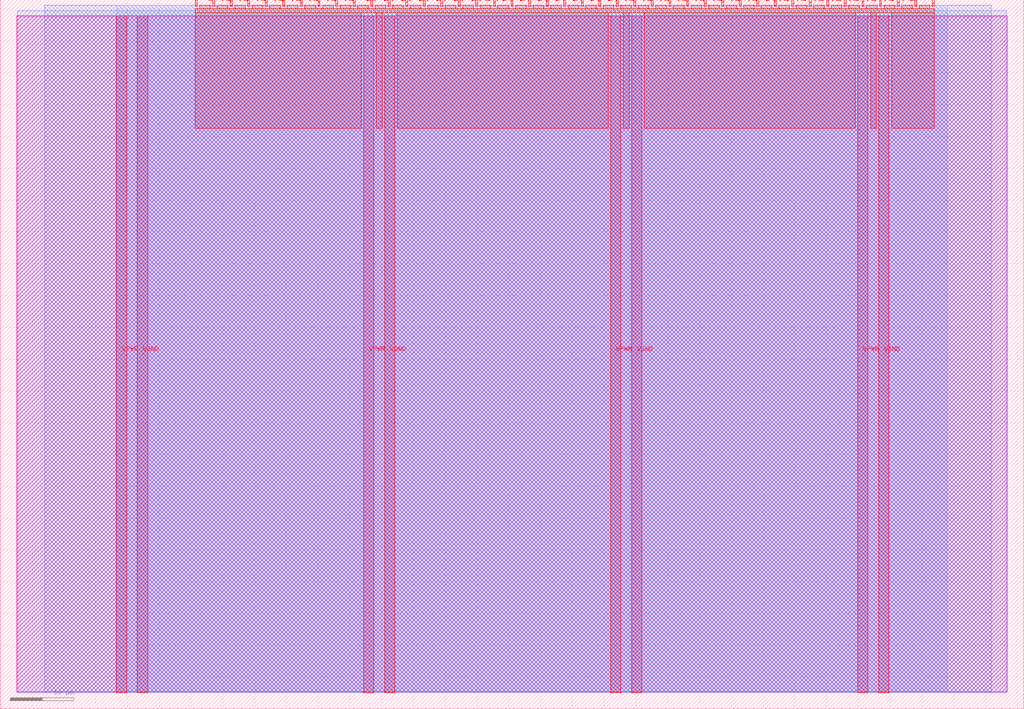
<source format=lef>
VERSION 5.7 ;
  NOWIREEXTENSIONATPIN ON ;
  DIVIDERCHAR "/" ;
  BUSBITCHARS "[]" ;
MACRO tt_um_algofoogle_tt09_ring_osc2
  CLASS BLOCK ;
  FOREIGN tt_um_algofoogle_tt09_ring_osc2 ;
  ORIGIN 0.000 0.000 ;
  SIZE 161.000 BY 111.520 ;
  PIN VGND
    DIRECTION INOUT ;
    USE GROUND ;
    PORT
      LAYER met4 ;
        RECT 21.580 2.480 23.180 109.040 ;
    END
    PORT
      LAYER met4 ;
        RECT 60.450 2.480 62.050 109.040 ;
    END
    PORT
      LAYER met4 ;
        RECT 99.320 2.480 100.920 109.040 ;
    END
    PORT
      LAYER met4 ;
        RECT 138.190 2.480 139.790 109.040 ;
    END
  END VGND
  PIN VPWR
    DIRECTION INOUT ;
    USE POWER ;
    PORT
      LAYER met4 ;
        RECT 18.280 2.480 19.880 109.040 ;
    END
    PORT
      LAYER met4 ;
        RECT 57.150 2.480 58.750 109.040 ;
    END
    PORT
      LAYER met4 ;
        RECT 96.020 2.480 97.620 109.040 ;
    END
    PORT
      LAYER met4 ;
        RECT 134.890 2.480 136.490 109.040 ;
    END
  END VPWR
  PIN clk
    DIRECTION INPUT ;
    USE SIGNAL ;
    PORT
      LAYER met4 ;
        RECT 143.830 110.520 144.130 111.520 ;
    END
  END clk
  PIN ena
    DIRECTION INPUT ;
    USE SIGNAL ;
    ANTENNAGATEAREA 0.196500 ;
    PORT
      LAYER met4 ;
        RECT 146.590 110.520 146.890 111.520 ;
    END
  END ena
  PIN rst_n
    DIRECTION INPUT ;
    USE SIGNAL ;
    ANTENNAGATEAREA 0.196500 ;
    PORT
      LAYER met4 ;
        RECT 141.070 110.520 141.370 111.520 ;
    END
  END rst_n
  PIN ui_in[0]
    DIRECTION INPUT ;
    USE SIGNAL ;
    ANTENNAGATEAREA 0.196500 ;
    PORT
      LAYER met4 ;
        RECT 138.310 110.520 138.610 111.520 ;
    END
  END ui_in[0]
  PIN ui_in[1]
    DIRECTION INPUT ;
    USE SIGNAL ;
    ANTENNAGATEAREA 0.196500 ;
    PORT
      LAYER met4 ;
        RECT 135.550 110.520 135.850 111.520 ;
    END
  END ui_in[1]
  PIN ui_in[2]
    DIRECTION INPUT ;
    USE SIGNAL ;
    ANTENNAGATEAREA 0.196500 ;
    PORT
      LAYER met4 ;
        RECT 132.790 110.520 133.090 111.520 ;
    END
  END ui_in[2]
  PIN ui_in[3]
    DIRECTION INPUT ;
    USE SIGNAL ;
    ANTENNAGATEAREA 0.196500 ;
    PORT
      LAYER met4 ;
        RECT 130.030 110.520 130.330 111.520 ;
    END
  END ui_in[3]
  PIN ui_in[4]
    DIRECTION INPUT ;
    USE SIGNAL ;
    ANTENNAGATEAREA 0.196500 ;
    PORT
      LAYER met4 ;
        RECT 127.270 110.520 127.570 111.520 ;
    END
  END ui_in[4]
  PIN ui_in[5]
    DIRECTION INPUT ;
    USE SIGNAL ;
    ANTENNAGATEAREA 0.196500 ;
    PORT
      LAYER met4 ;
        RECT 124.510 110.520 124.810 111.520 ;
    END
  END ui_in[5]
  PIN ui_in[6]
    DIRECTION INPUT ;
    USE SIGNAL ;
    ANTENNAGATEAREA 0.196500 ;
    PORT
      LAYER met4 ;
        RECT 121.750 110.520 122.050 111.520 ;
    END
  END ui_in[6]
  PIN ui_in[7]
    DIRECTION INPUT ;
    USE SIGNAL ;
    ANTENNAGATEAREA 0.196500 ;
    PORT
      LAYER met4 ;
        RECT 118.990 110.520 119.290 111.520 ;
    END
  END ui_in[7]
  PIN uio_in[0]
    DIRECTION INPUT ;
    USE SIGNAL ;
    ANTENNAGATEAREA 0.196500 ;
    PORT
      LAYER met4 ;
        RECT 116.230 110.520 116.530 111.520 ;
    END
  END uio_in[0]
  PIN uio_in[1]
    DIRECTION INPUT ;
    USE SIGNAL ;
    ANTENNAGATEAREA 0.196500 ;
    PORT
      LAYER met4 ;
        RECT 113.470 110.520 113.770 111.520 ;
    END
  END uio_in[1]
  PIN uio_in[2]
    DIRECTION INPUT ;
    USE SIGNAL ;
    ANTENNAGATEAREA 0.196500 ;
    PORT
      LAYER met4 ;
        RECT 110.710 110.520 111.010 111.520 ;
    END
  END uio_in[2]
  PIN uio_in[3]
    DIRECTION INPUT ;
    USE SIGNAL ;
    ANTENNAGATEAREA 0.196500 ;
    PORT
      LAYER met4 ;
        RECT 107.950 110.520 108.250 111.520 ;
    END
  END uio_in[3]
  PIN uio_in[4]
    DIRECTION INPUT ;
    USE SIGNAL ;
    ANTENNAGATEAREA 0.196500 ;
    PORT
      LAYER met4 ;
        RECT 105.190 110.520 105.490 111.520 ;
    END
  END uio_in[4]
  PIN uio_in[5]
    DIRECTION INPUT ;
    USE SIGNAL ;
    ANTENNAGATEAREA 0.196500 ;
    PORT
      LAYER met4 ;
        RECT 102.430 110.520 102.730 111.520 ;
    END
  END uio_in[5]
  PIN uio_in[6]
    DIRECTION INPUT ;
    USE SIGNAL ;
    ANTENNAGATEAREA 0.196500 ;
    PORT
      LAYER met4 ;
        RECT 99.670 110.520 99.970 111.520 ;
    END
  END uio_in[6]
  PIN uio_in[7]
    DIRECTION INPUT ;
    USE SIGNAL ;
    ANTENNAGATEAREA 0.196500 ;
    PORT
      LAYER met4 ;
        RECT 96.910 110.520 97.210 111.520 ;
    END
  END uio_in[7]
  PIN uio_oe[0]
    DIRECTION OUTPUT ;
    USE SIGNAL ;
    PORT
      LAYER met4 ;
        RECT 49.990 110.520 50.290 111.520 ;
    END
  END uio_oe[0]
  PIN uio_oe[1]
    DIRECTION OUTPUT ;
    USE SIGNAL ;
    PORT
      LAYER met4 ;
        RECT 47.230 110.520 47.530 111.520 ;
    END
  END uio_oe[1]
  PIN uio_oe[2]
    DIRECTION OUTPUT ;
    USE SIGNAL ;
    PORT
      LAYER met4 ;
        RECT 44.470 110.520 44.770 111.520 ;
    END
  END uio_oe[2]
  PIN uio_oe[3]
    DIRECTION OUTPUT ;
    USE SIGNAL ;
    PORT
      LAYER met4 ;
        RECT 41.710 110.520 42.010 111.520 ;
    END
  END uio_oe[3]
  PIN uio_oe[4]
    DIRECTION OUTPUT ;
    USE SIGNAL ;
    PORT
      LAYER met4 ;
        RECT 38.950 110.520 39.250 111.520 ;
    END
  END uio_oe[4]
  PIN uio_oe[5]
    DIRECTION OUTPUT ;
    USE SIGNAL ;
    PORT
      LAYER met4 ;
        RECT 36.190 110.520 36.490 111.520 ;
    END
  END uio_oe[5]
  PIN uio_oe[6]
    DIRECTION OUTPUT ;
    USE SIGNAL ;
    PORT
      LAYER met4 ;
        RECT 33.430 110.520 33.730 111.520 ;
    END
  END uio_oe[6]
  PIN uio_oe[7]
    DIRECTION OUTPUT ;
    USE SIGNAL ;
    PORT
      LAYER met4 ;
        RECT 30.670 110.520 30.970 111.520 ;
    END
  END uio_oe[7]
  PIN uio_out[0]
    DIRECTION OUTPUT ;
    USE SIGNAL ;
    ANTENNADIFFAREA 0.445500 ;
    PORT
      LAYER met4 ;
        RECT 72.070 110.520 72.370 111.520 ;
    END
  END uio_out[0]
  PIN uio_out[1]
    DIRECTION OUTPUT ;
    USE SIGNAL ;
    ANTENNADIFFAREA 0.891000 ;
    PORT
      LAYER met4 ;
        RECT 69.310 110.520 69.610 111.520 ;
    END
  END uio_out[1]
  PIN uio_out[2]
    DIRECTION OUTPUT ;
    USE SIGNAL ;
    PORT
      LAYER met4 ;
        RECT 66.550 110.520 66.850 111.520 ;
    END
  END uio_out[2]
  PIN uio_out[3]
    DIRECTION OUTPUT ;
    USE SIGNAL ;
    PORT
      LAYER met4 ;
        RECT 63.790 110.520 64.090 111.520 ;
    END
  END uio_out[3]
  PIN uio_out[4]
    DIRECTION OUTPUT ;
    USE SIGNAL ;
    PORT
      LAYER met4 ;
        RECT 61.030 110.520 61.330 111.520 ;
    END
  END uio_out[4]
  PIN uio_out[5]
    DIRECTION OUTPUT ;
    USE SIGNAL ;
    PORT
      LAYER met4 ;
        RECT 58.270 110.520 58.570 111.520 ;
    END
  END uio_out[5]
  PIN uio_out[6]
    DIRECTION OUTPUT ;
    USE SIGNAL ;
    ANTENNADIFFAREA 0.924000 ;
    PORT
      LAYER met4 ;
        RECT 55.510 110.520 55.810 111.520 ;
    END
  END uio_out[6]
  PIN uio_out[7]
    DIRECTION OUTPUT ;
    USE SIGNAL ;
    ANTENNADIFFAREA 0.924000 ;
    PORT
      LAYER met4 ;
        RECT 52.750 110.520 53.050 111.520 ;
    END
  END uio_out[7]
  PIN uo_out[0]
    DIRECTION OUTPUT ;
    USE SIGNAL ;
    ANTENNADIFFAREA 0.445500 ;
    PORT
      LAYER met4 ;
        RECT 94.150 110.520 94.450 111.520 ;
    END
  END uo_out[0]
  PIN uo_out[1]
    DIRECTION OUTPUT ;
    USE SIGNAL ;
    ANTENNADIFFAREA 0.445500 ;
    PORT
      LAYER met4 ;
        RECT 91.390 110.520 91.690 111.520 ;
    END
  END uo_out[1]
  PIN uo_out[2]
    DIRECTION OUTPUT ;
    USE SIGNAL ;
    ANTENNADIFFAREA 0.795200 ;
    PORT
      LAYER met4 ;
        RECT 88.630 110.520 88.930 111.520 ;
    END
  END uo_out[2]
  PIN uo_out[3]
    DIRECTION OUTPUT ;
    USE SIGNAL ;
    ANTENNADIFFAREA 0.795200 ;
    PORT
      LAYER met4 ;
        RECT 85.870 110.520 86.170 111.520 ;
    END
  END uo_out[3]
  PIN uo_out[4]
    DIRECTION OUTPUT ;
    USE SIGNAL ;
    ANTENNADIFFAREA 0.445500 ;
    PORT
      LAYER met4 ;
        RECT 83.110 110.520 83.410 111.520 ;
    END
  END uo_out[4]
  PIN uo_out[5]
    DIRECTION OUTPUT ;
    USE SIGNAL ;
    ANTENNADIFFAREA 0.445500 ;
    PORT
      LAYER met4 ;
        RECT 80.350 110.520 80.650 111.520 ;
    END
  END uo_out[5]
  PIN uo_out[6]
    DIRECTION OUTPUT ;
    USE SIGNAL ;
    ANTENNADIFFAREA 0.445500 ;
    PORT
      LAYER met4 ;
        RECT 77.590 110.520 77.890 111.520 ;
    END
  END uo_out[6]
  PIN uo_out[7]
    DIRECTION OUTPUT ;
    USE SIGNAL ;
    ANTENNADIFFAREA 0.445500 ;
    PORT
      LAYER met4 ;
        RECT 74.830 110.520 75.130 111.520 ;
    END
  END uo_out[7]
  OBS
      LAYER nwell ;
        RECT 2.570 2.635 158.430 108.990 ;
      LAYER li1 ;
        RECT 2.760 2.635 158.240 108.885 ;
      LAYER met1 ;
        RECT 2.760 2.480 158.240 109.780 ;
      LAYER met2 ;
        RECT 7.000 2.535 155.840 110.685 ;
      LAYER met3 ;
        RECT 18.290 2.555 148.975 110.665 ;
      LAYER met4 ;
        RECT 31.370 110.120 33.030 110.665 ;
        RECT 34.130 110.120 35.790 110.665 ;
        RECT 36.890 110.120 38.550 110.665 ;
        RECT 39.650 110.120 41.310 110.665 ;
        RECT 42.410 110.120 44.070 110.665 ;
        RECT 45.170 110.120 46.830 110.665 ;
        RECT 47.930 110.120 49.590 110.665 ;
        RECT 50.690 110.120 52.350 110.665 ;
        RECT 53.450 110.120 55.110 110.665 ;
        RECT 56.210 110.120 57.870 110.665 ;
        RECT 58.970 110.120 60.630 110.665 ;
        RECT 61.730 110.120 63.390 110.665 ;
        RECT 64.490 110.120 66.150 110.665 ;
        RECT 67.250 110.120 68.910 110.665 ;
        RECT 70.010 110.120 71.670 110.665 ;
        RECT 72.770 110.120 74.430 110.665 ;
        RECT 75.530 110.120 77.190 110.665 ;
        RECT 78.290 110.120 79.950 110.665 ;
        RECT 81.050 110.120 82.710 110.665 ;
        RECT 83.810 110.120 85.470 110.665 ;
        RECT 86.570 110.120 88.230 110.665 ;
        RECT 89.330 110.120 90.990 110.665 ;
        RECT 92.090 110.120 93.750 110.665 ;
        RECT 94.850 110.120 96.510 110.665 ;
        RECT 97.610 110.120 99.270 110.665 ;
        RECT 100.370 110.120 102.030 110.665 ;
        RECT 103.130 110.120 104.790 110.665 ;
        RECT 105.890 110.120 107.550 110.665 ;
        RECT 108.650 110.120 110.310 110.665 ;
        RECT 111.410 110.120 113.070 110.665 ;
        RECT 114.170 110.120 115.830 110.665 ;
        RECT 116.930 110.120 118.590 110.665 ;
        RECT 119.690 110.120 121.350 110.665 ;
        RECT 122.450 110.120 124.110 110.665 ;
        RECT 125.210 110.120 126.870 110.665 ;
        RECT 127.970 110.120 129.630 110.665 ;
        RECT 130.730 110.120 132.390 110.665 ;
        RECT 133.490 110.120 135.150 110.665 ;
        RECT 136.250 110.120 137.910 110.665 ;
        RECT 139.010 110.120 140.670 110.665 ;
        RECT 141.770 110.120 143.430 110.665 ;
        RECT 144.530 110.120 146.190 110.665 ;
        RECT 30.655 109.440 146.905 110.120 ;
        RECT 30.655 91.295 56.750 109.440 ;
        RECT 59.150 91.295 60.050 109.440 ;
        RECT 62.450 91.295 95.620 109.440 ;
        RECT 98.020 91.295 98.920 109.440 ;
        RECT 101.320 91.295 134.490 109.440 ;
        RECT 136.890 91.295 137.790 109.440 ;
        RECT 140.190 91.295 146.905 109.440 ;
  END
END tt_um_algofoogle_tt09_ring_osc2
END LIBRARY


</source>
